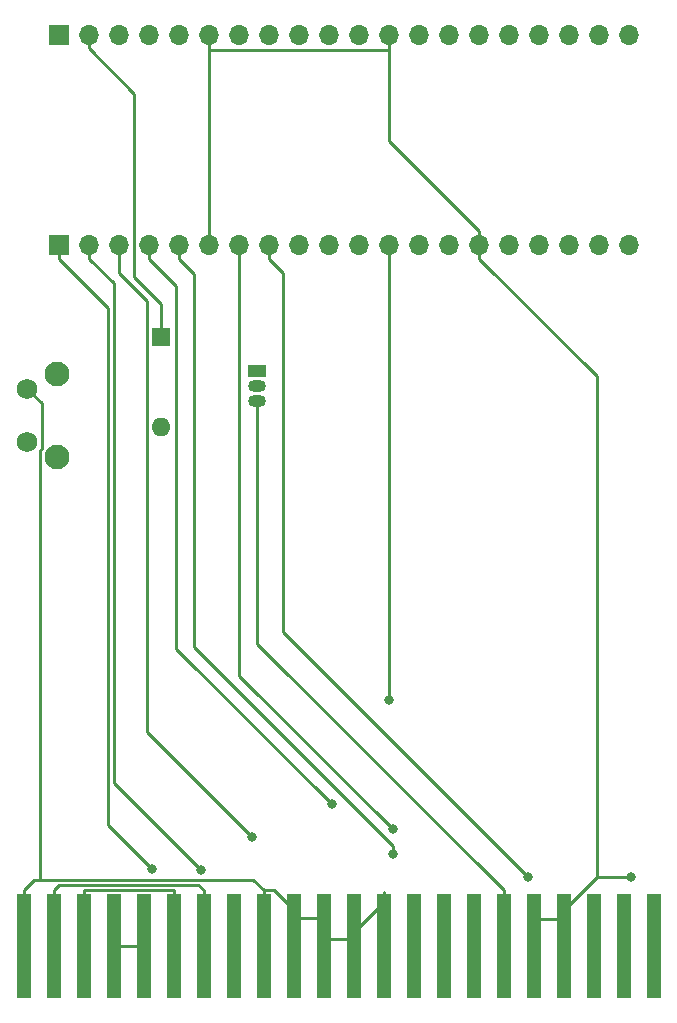
<source format=gbr>
%TF.GenerationSoftware,KiCad,Pcbnew,8.0.2*%
%TF.CreationDate,2024-05-12T16:12:48+02:00*%
%TF.ProjectId,PiRTOII_cart,50695254-4f49-4495-9f63-6172742e6b69,rev?*%
%TF.SameCoordinates,Original*%
%TF.FileFunction,Copper,L1,Top*%
%TF.FilePolarity,Positive*%
%FSLAX46Y46*%
G04 Gerber Fmt 4.6, Leading zero omitted, Abs format (unit mm)*
G04 Created by KiCad (PCBNEW 8.0.2) date 2024-05-12 16:12:48*
%MOMM*%
%LPD*%
G01*
G04 APERTURE LIST*
%TA.AperFunction,ComponentPad*%
%ADD10O,1.700000X1.700000*%
%TD*%
%TA.AperFunction,ComponentPad*%
%ADD11R,1.700000X1.700000*%
%TD*%
%TA.AperFunction,ComponentPad*%
%ADD12O,1.600000X1.600000*%
%TD*%
%TA.AperFunction,ComponentPad*%
%ADD13R,1.600000X1.600000*%
%TD*%
%TA.AperFunction,ComponentPad*%
%ADD14O,1.500000X1.050000*%
%TD*%
%TA.AperFunction,ComponentPad*%
%ADD15R,1.500000X1.050000*%
%TD*%
%TA.AperFunction,ConnectorPad*%
%ADD16R,1.270000X8.840000*%
%TD*%
%TA.AperFunction,ComponentPad*%
%ADD17C,1.750000*%
%TD*%
%TA.AperFunction,ComponentPad*%
%ADD18C,2.100000*%
%TD*%
%TA.AperFunction,ViaPad*%
%ADD19C,0.800000*%
%TD*%
%TA.AperFunction,Conductor*%
%ADD20C,0.250000*%
%TD*%
G04 APERTURE END LIST*
D10*
%TO.P,J2,20,Pin_20*%
%TO.N,bc2'*%
X142590000Y-128550000D03*
%TO.P,J2,19,Pin_19*%
%TO.N,bdir'*%
X140050000Y-128550000D03*
%TO.P,J2,18,Pin_18*%
%TO.N,d15'*%
X137510000Y-128550000D03*
%TO.P,J2,17,Pin_17*%
%TO.N,d14'*%
X134970000Y-128550000D03*
%TO.P,J2,16,Pin_16*%
%TO.N,d13'*%
X132430000Y-128550000D03*
%TO.P,J2,15,Pin_15*%
%TO.N,GND*%
X129890000Y-128550000D03*
%TO.P,J2,14,Pin_14*%
%TO.N,d12'*%
X127350000Y-128550000D03*
%TO.P,J2,13,Pin_13*%
%TO.N,d11'*%
X124810000Y-128550000D03*
%TO.P,J2,12,Pin_12*%
%TO.N,d10'*%
X122270000Y-128550000D03*
%TO.P,J2,11,Pin_11*%
%TO.N,d9'*%
X119730000Y-128550000D03*
%TO.P,J2,10,Pin_10*%
%TO.N,d8'*%
X117190000Y-128550000D03*
%TO.P,J2,9,Pin_9*%
%TO.N,d7'*%
X114650000Y-128550000D03*
%TO.P,J2,8,Pin_8*%
%TO.N,d6'*%
X112110000Y-128550000D03*
%TO.P,J2,7,Pin_7*%
%TO.N,d5'*%
X109570000Y-128550000D03*
%TO.P,J2,6,Pin_6*%
%TO.N,GND*%
X107030000Y-128550000D03*
%TO.P,J2,5,Pin_5*%
%TO.N,d4'*%
X104490000Y-128550000D03*
%TO.P,J2,4,Pin_4*%
%TO.N,d3'*%
X101950000Y-128550000D03*
%TO.P,J2,3,Pin_3*%
%TO.N,d2'*%
X99410000Y-128550000D03*
%TO.P,J2,2,Pin_2*%
%TO.N,d1'*%
X96870000Y-128550000D03*
D11*
%TO.P,J2,1,Pin_1*%
%TO.N,d0'*%
X94330000Y-128550000D03*
%TD*%
D10*
%TO.P,J3,20,Pin_20*%
%TO.N,bc1'*%
X142580000Y-110750000D03*
%TO.P,J3,19,Pin_19*%
%TO.N,~{msync'}*%
X140040000Y-110750000D03*
%TO.P,J3,18,Pin_18*%
%TO.N,Reset*%
X137500000Y-110750000D03*
%TO.P,J3,17,Pin_17*%
%TO.N,unconnected-(J3-Pin_17-Pad17)*%
X134960000Y-110750000D03*
%TO.P,J3,16,Pin_16*%
%TO.N,unconnected-(J3-Pin_16-Pad16)*%
X132420000Y-110750000D03*
%TO.P,J3,15,Pin_15*%
%TO.N,unconnected-(J3-Pin_15-Pad15)*%
X129880000Y-110750000D03*
%TO.P,J3,14,Pin_14*%
%TO.N,unconnected-(J3-Pin_14-Pad14)*%
X127340000Y-110750000D03*
%TO.P,J3,13,Pin_13*%
%TO.N,unconnected-(J3-Pin_13-Pad13)*%
X124800000Y-110750000D03*
%TO.P,J3,12,Pin_12*%
%TO.N,GND*%
X122260000Y-110750000D03*
%TO.P,J3,11,Pin_11*%
%TO.N,unconnected-(J3-Pin_11-Pad11)*%
X119720000Y-110750000D03*
%TO.P,J3,10,Pin_10*%
%TO.N,unconnected-(J3-Pin_10-Pad10)*%
X117180000Y-110750000D03*
%TO.P,J3,9,Pin_9*%
%TO.N,unconnected-(J3-Pin_9-Pad9)*%
X114640000Y-110750000D03*
%TO.P,J3,8,Pin_8*%
%TO.N,unconnected-(J3-Pin_8-Pad8)*%
X112100000Y-110750000D03*
%TO.P,J3,7,Pin_7*%
%TO.N,RST*%
X109560000Y-110750000D03*
%TO.P,J3,6,Pin_6*%
%TO.N,GND*%
X107020000Y-110750000D03*
%TO.P,J3,5,Pin_5*%
%TO.N,unconnected-(J3-Pin_5-Pad5)*%
X104480000Y-110750000D03*
%TO.P,J3,4,Pin_4*%
%TO.N,unconnected-(J3-Pin_4-Pad4)*%
X101940000Y-110750000D03*
%TO.P,J3,3,Pin_3*%
%TO.N,GND*%
X99400000Y-110750000D03*
%TO.P,J3,2,Pin_2*%
%TO.N,Net-(D1-K)*%
X96860000Y-110750000D03*
D11*
%TO.P,J3,1,Pin_1*%
%TO.N,unconnected-(J3-Pin_1-Pad1)*%
X94320000Y-110750000D03*
%TD*%
D12*
%TO.P,D1,2,A*%
%TO.N,+5V*%
X102925000Y-143960000D03*
D13*
%TO.P,D1,1,K*%
%TO.N,Net-(D1-K)*%
X102925000Y-136340000D03*
%TD*%
D14*
%TO.P,Q1,3,E*%
%TO.N,rst'*%
X111075000Y-141740000D03*
%TO.P,Q1,2,B*%
%TO.N,Reset*%
X111075000Y-140470000D03*
D15*
%TO.P,Q1,1,C*%
%TO.N,GND*%
X111075000Y-139200000D03*
%TD*%
D16*
%TO.P,J1,44,Pin_44*%
%TO.N,GND*%
X91325700Y-187960000D03*
%TO.P,J1,42,Pin_42*%
%TO.N,Net-(J1-Pin_32)*%
X93865700Y-187960000D03*
%TO.P,J1,40,Pin_40*%
%TO.N,Net-(J1-Pin_34)*%
X96405700Y-187960000D03*
%TO.P,J1,38,Pin_38*%
%TO.N,Net-(J1-Pin_36)*%
X98945700Y-187960000D03*
%TO.P,J1,36,Pin_36*%
X101485700Y-187960000D03*
%TO.P,J1,34,Pin_34*%
%TO.N,Net-(J1-Pin_34)*%
X104025700Y-187960000D03*
%TO.P,J1,32,Pin_32*%
%TO.N,Net-(J1-Pin_32)*%
X106565700Y-187960000D03*
%TO.P,J1,30,Pin_30*%
%TO.N,unconnected-(J1-Pin_30-Pad30)*%
X109105700Y-187960000D03*
%TO.P,J1,28,Pin_28*%
%TO.N,GND*%
X111645700Y-187960000D03*
%TO.P,J1,26,Pin_26*%
X114185700Y-187960000D03*
%TO.P,J1,24,Pin_24*%
X116725700Y-187960000D03*
%TO.P,J1,22,Pin_22*%
X119265700Y-187960000D03*
%TO.P,J1,20,Pin_20*%
X121805700Y-187960000D03*
%TO.P,J1,18,Pin_18*%
%TO.N,unconnected-(J1-Pin_18-Pad18)*%
X124345700Y-187960000D03*
%TO.P,J1,16,Pin_16*%
%TO.N,unconnected-(J1-Pin_16-Pad16)*%
X126885700Y-187960000D03*
%TO.P,J1,14,Pin_14*%
%TO.N,unconnected-(J1-Pin_14-Pad14)*%
X129425700Y-187960000D03*
%TO.P,J1,12,Pin_12*%
%TO.N,rst'*%
X131965700Y-187960000D03*
%TO.P,J1,10,Pin_10*%
%TO.N,GND*%
X134505700Y-187960000D03*
%TO.P,J1,8,Pin_8*%
X137045700Y-187960000D03*
%TO.P,J1,6,Pin_6*%
%TO.N,unconnected-(J1-Pin_6-Pad6)*%
X139585700Y-187960000D03*
%TO.P,J1,4,Pin_4*%
%TO.N,unconnected-(J1-Pin_4-Pad4)*%
X142125700Y-187960000D03*
%TO.P,J1,2,Pin_2*%
%TO.N,unconnected-(J1-Pin_2-Pad2)*%
X144665700Y-187960000D03*
%TD*%
D17*
%TO.P,SW1,2,2*%
%TO.N,GND*%
X91625000Y-140775000D03*
%TO.P,SW1,1,1*%
%TO.N,RST*%
X91625000Y-145275000D03*
D18*
%TO.P,SW1,*%
%TO.N,*%
X94115000Y-139515000D03*
X94115000Y-146525000D03*
%TD*%
D19*
%TO.N,d0'*%
X102216200Y-181403800D03*
%TO.N,d1'*%
X106317600Y-181520100D03*
%TO.N,d2'*%
X110693800Y-178705700D03*
%TO.N,d3'*%
X117462900Y-175942200D03*
%TO.N,d4'*%
X122640500Y-180101600D03*
%TO.N,d10'*%
X122270000Y-167056800D03*
%TO.N,d5'*%
X122564400Y-178041600D03*
%TO.N,d6'*%
X134028000Y-182106700D03*
%TO.N,GND*%
X142775000Y-182106700D03*
%TD*%
D20*
%TO.N,Net-(D1-K)*%
X102925000Y-136340000D02*
X102925000Y-135213300D01*
X96860000Y-110750000D02*
X96860000Y-111926700D01*
X100681500Y-115748200D02*
X96860000Y-111926700D01*
X100681500Y-131312000D02*
X100681500Y-115748200D01*
X102925000Y-133555500D02*
X100681500Y-131312000D01*
X102925000Y-135213300D02*
X102925000Y-133555500D01*
%TO.N,rst'*%
X131965700Y-187960000D02*
X131965700Y-183213300D01*
X111075000Y-141740000D02*
X111075000Y-142591700D01*
X111075000Y-162322600D02*
X131965700Y-183213300D01*
X111075000Y-142591700D02*
X111075000Y-162322600D01*
%TO.N,Net-(J1-Pin_36)*%
X101485700Y-187960000D02*
X98945700Y-187960000D01*
%TO.N,Net-(J1-Pin_34)*%
X104025700Y-183213300D02*
X96405700Y-183213300D01*
X104025700Y-187960000D02*
X104025700Y-183213300D01*
X96405700Y-187960000D02*
X96405700Y-183213300D01*
%TO.N,Net-(J1-Pin_32)*%
X106565700Y-187960000D02*
X106565700Y-183213300D01*
X93865700Y-187960000D02*
X93865700Y-183213300D01*
X106102000Y-182749600D02*
X106565700Y-183213300D01*
X94329400Y-182749600D02*
X106102000Y-182749600D01*
X93865700Y-183213300D02*
X94329400Y-182749600D01*
%TO.N,d0'*%
X94330000Y-128550000D02*
X94330000Y-129726700D01*
X98509500Y-177697100D02*
X102216200Y-181403800D01*
X98509500Y-133906200D02*
X98509500Y-177697100D01*
X94330000Y-129726700D02*
X98509500Y-133906200D01*
%TO.N,d1'*%
X96870000Y-128550000D02*
X96870000Y-129726700D01*
X98961200Y-131817900D02*
X96870000Y-129726700D01*
X98961200Y-174163700D02*
X98961200Y-131817900D01*
X106317600Y-181520100D02*
X98961200Y-174163700D01*
%TO.N,d2'*%
X99410000Y-130904500D02*
X99410000Y-128550000D01*
X101798300Y-133292800D02*
X99410000Y-130904500D01*
X101798300Y-169810200D02*
X101798300Y-133292800D01*
X110693800Y-178705700D02*
X101798300Y-169810200D01*
%TO.N,d3'*%
X101950000Y-128550000D02*
X101950000Y-129726700D01*
X104265000Y-132041700D02*
X101950000Y-129726700D01*
X104265000Y-162744300D02*
X104265000Y-132041700D01*
X117462900Y-175942200D02*
X104265000Y-162744300D01*
%TO.N,d4'*%
X104490000Y-128550000D02*
X104490000Y-129726700D01*
X122640500Y-179460500D02*
X122640500Y-180101600D01*
X105778400Y-162598400D02*
X122640500Y-179460500D01*
X105778400Y-131015100D02*
X105778400Y-162598400D01*
X104490000Y-129726700D02*
X105778400Y-131015100D01*
%TO.N,d10'*%
X122270000Y-167056800D02*
X122270000Y-128550000D01*
%TO.N,d5'*%
X109570000Y-165047200D02*
X122564400Y-178041600D01*
X109570000Y-128550000D02*
X109570000Y-165047200D01*
%TO.N,d6'*%
X113286700Y-130903400D02*
X112110000Y-129726700D01*
X113286700Y-161365400D02*
X113286700Y-130903400D01*
X134028000Y-182106700D02*
X113286700Y-161365400D01*
X112110000Y-128550000D02*
X112110000Y-129726700D01*
%TO.N,GND*%
X114185700Y-187960000D02*
X114185700Y-185586600D01*
X111645700Y-187960000D02*
X111645700Y-183213300D01*
X116725700Y-185586600D02*
X114185700Y-185586600D01*
X119265700Y-187364500D02*
X116725700Y-187364500D01*
X119265700Y-187960000D02*
X119265700Y-187364500D01*
X119265700Y-187364500D02*
X119265700Y-186769000D01*
X116725700Y-187960000D02*
X116725700Y-187364500D01*
X116725700Y-187364500D02*
X116725700Y-185586600D01*
X134505700Y-187960000D02*
X134505700Y-185643300D01*
X137045700Y-185643300D02*
X137045700Y-187960000D01*
X122260000Y-110750000D02*
X122260000Y-111813300D01*
X121805700Y-187960000D02*
X121805700Y-183309900D01*
X121805600Y-183309900D02*
X121805700Y-183309900D01*
X121805600Y-184229100D02*
X121805600Y-183309900D01*
X119265700Y-186769000D02*
X121805600Y-184229100D01*
X139850800Y-139687500D02*
X139850800Y-182106700D01*
X129890000Y-129726700D02*
X139850800Y-139687500D01*
X142775000Y-182106700D02*
X139850800Y-182106700D01*
X137045700Y-184911800D02*
X137045700Y-185643300D01*
X139850800Y-182106700D02*
X137045700Y-184911800D01*
X129890000Y-128550000D02*
X129890000Y-129726700D01*
X91325700Y-187960000D02*
X91325700Y-183213300D01*
X112487200Y-183213300D02*
X111645700Y-183213300D01*
X114185700Y-184911800D02*
X112487200Y-183213300D01*
X114185700Y-185586600D02*
X114185700Y-184911800D01*
X137045700Y-185643300D02*
X134505700Y-185643300D01*
X92841100Y-141991100D02*
X91625000Y-140775000D01*
X92841100Y-145851900D02*
X92841100Y-141991100D01*
X92722100Y-145970900D02*
X92841100Y-145851900D01*
X92722100Y-182297900D02*
X92722100Y-145970900D01*
X110730300Y-182297900D02*
X92722100Y-182297900D01*
X111645700Y-183213300D02*
X110730300Y-182297900D01*
X92241100Y-182297900D02*
X91325700Y-183213300D01*
X92722100Y-182297900D02*
X92241100Y-182297900D01*
X107030000Y-128550000D02*
X107030000Y-127373300D01*
X107030000Y-127373300D02*
X107030000Y-112073000D01*
X107020000Y-112063000D02*
X107020000Y-110750000D01*
X107030000Y-112073000D02*
X107020000Y-112063000D01*
X122260000Y-112073000D02*
X107030000Y-112073000D01*
X122260000Y-111813300D02*
X122260000Y-112073000D01*
X122260000Y-119743300D02*
X129890000Y-127373300D01*
X122260000Y-112073000D02*
X122260000Y-119743300D01*
X129890000Y-128550000D02*
X129890000Y-127373300D01*
%TD*%
M02*

</source>
